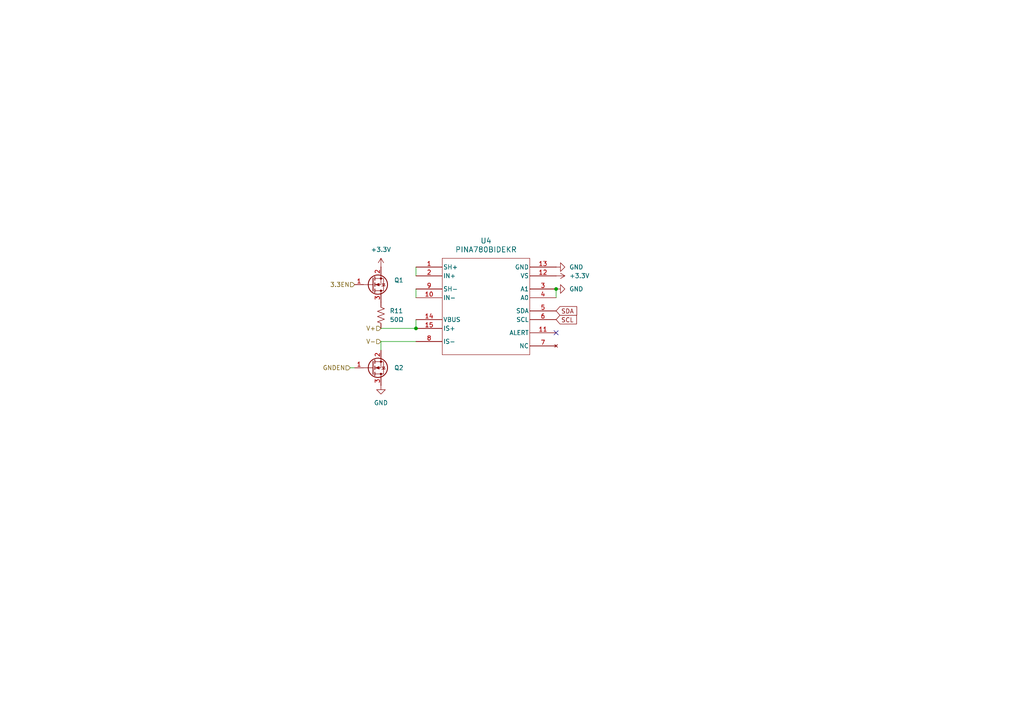
<source format=kicad_sch>
(kicad_sch (version 20231120) (generator "eeschema") (generator_version "8.0")
  (paper "A4")
  (lib_symbols
    (symbol "Device:R_US" (pin_numbers hide) (pin_names (offset 0))
      (property "Reference" "R" (at 2.54 0 90))
      (property "Value" "R_US" (at -2.54 0 90))
      (symbol "R_US_0_1"
        (polyline (pts (xy 0 -2.286) (xy 0 -2.54)))
        (polyline (pts (xy 0 2.286) (xy 0 2.54)))
        (polyline (pts (xy 0 -0.762) (xy 1.016 -1.143) (xy 0 -1.524) (xy -1.016 -1.905) (xy 0 -2.286)))
        (polyline (pts (xy 0 0.762) (xy 1.016 0.381) (xy 0 0) (xy -1.016 -0.381) (xy 0 -0.762)))
        (polyline (pts (xy 0 2.286) (xy 1.016 1.905) (xy 0 1.524) (xy -1.016 1.143) (xy 0 0.762)))
      )
      (symbol "R_US_1_1"
        (pin passive line (at 0 3.81 270) (length 1.27) (name "~") (number "1"))
        (pin passive line (at 0 -3.81 90) (length 1.27) (name "~") (number "2"))
      )
    )
    (symbol "Multimeter:PINA780BIDEKR" (pin_names (offset 0.254))
      (property "Reference" "U2" (at 20.32 10.16 0))
      (property "Value" "PINA780BIDEKR" (at 20.32 7.62 0))
      (symbol "PINA780BIDEKR_0_1"
        (polyline (pts (xy 7.62 -22.86) (xy 33.02 -22.86)) (stroke (width 0.127)))
        (polyline (pts (xy 7.62 5.08) (xy 7.62 -22.86)) (stroke (width 0.127)))
        (polyline (pts (xy 33.02 -22.86) (xy 33.02 5.08)) (stroke (width 0.127)))
        (polyline (pts (xy 33.02 5.08) (xy 7.62 5.08)) (stroke (width 0.127)))
        (pin output line (at 0 2.54 0) (length 7.62) (name "SH+") (number "1"))
        (pin input line (at 0 -6.35 0) (length 7.62) (name "IN-") (number "10"))
        (pin output line (at 40.64 -16.51 180) (length 7.62) (name "ALERT") (number "11"))
        (pin power_in line (at 40.64 0 180) (length 7.62) (name "VS") (number "12"))
        (pin power_out line (at 40.64 2.54 180) (length 7.62) (name "GND") (number "13"))
        (pin input line (at 0 -12.7 0) (length 7.62) (name "VBUS") (number "14"))
        (pin input line (at 0 -15.24 0) (length 7.62) (name "IS+") (number "15"))
        (pin input line (at 0 0 0) (length 7.62) (name "IN+") (number "2"))
        (pin input line (at 40.64 -3.81 180) (length 7.62) (name "A1") (number "3"))
        (pin input line (at 40.64 -6.35 180) (length 7.62) (name "A0") (number "4"))
        (pin bidirectional line (at 40.64 -10.16 180) (length 7.62) (name "SDA") (number "5"))
        (pin input line (at 40.64 -12.7 180) (length 7.62) (name "SCL") (number "6"))
        (pin no_connect line (at 40.64 -20.32 180) (length 7.62) (name "NC") (number "7"))
        (pin input line (at 0 -19.05 0) (length 7.62) (name "IS-") (number "8"))
        (pin output line (at 0 -3.81 0) (length 7.62) (name "SH-") (number "9"))
      )
    )
    (symbol "Transistor_FET:2N7002" (pin_names hide)
      (property "Reference" "Q" (at 5.08 1.905 0))
      (property "Value" "2N7002" (at 5.08 0 0))
      (symbol "2N7002_0_1"
        (polyline (pts (xy 0.254 0) (xy -2.54 0)))
        (polyline (pts (xy 0.254 1.905) (xy 0.254 -1.905)) (stroke (width 0.254)))
        (polyline (pts (xy 0.762 -1.27) (xy 0.762 -2.286)) (stroke (width 0.254)))
        (polyline (pts (xy 0.762 0.508) (xy 0.762 -0.508)) (stroke (width 0.254)))
        (polyline (pts (xy 0.762 2.286) (xy 0.762 1.27)) (stroke (width 0.254)))
        (polyline (pts (xy 2.54 2.54) (xy 2.54 1.778)))
        (polyline (pts (xy 2.54 -2.54) (xy 2.54 0) (xy 0.762 0)))
        (polyline (pts (xy 0.762 -1.778) (xy 3.302 -1.778) (xy 3.302 1.778) (xy 0.762 1.778)))
        (polyline (pts (xy 1.016 0) (xy 2.032 0.381) (xy 2.032 -0.381) (xy 1.016 0)) (fill (type outline)))
        (polyline (pts (xy 2.794 0.508) (xy 2.921 0.381) (xy 3.683 0.381) (xy 3.81 0.254)))
        (polyline (pts (xy 3.302 0.381) (xy 2.921 -0.254) (xy 3.683 -0.254) (xy 3.302 0.381)))
        (circle (center 1.651 0) (radius 2.794) (stroke (width 0.254)))
        (circle (center 2.54 -1.778) (radius 0.254) (fill (type outline)))
        (circle (center 2.54 1.778) (radius 0.254) (fill (type outline)))
      )
      (symbol "2N7002_1_1"
        (pin input line (at -5.08 0 0) (length 2.54) (name "G") (number "1"))
        (pin passive line (at 2.54 -5.08 90) (length 2.54) (name "S") (number "2"))
        (pin passive line (at 2.54 5.08 270) (length 2.54) (name "D") (number "3"))
      )
    )
    (symbol "power:+3.3V" (power) (pin_numbers hide) (pin_names (offset 0) hide)
      (property "Value" "+3.3V" (at 0 3.556 0))
      (symbol "+3.3V_0_1"
        (polyline (pts (xy -0.762 1.27) (xy 0 2.54)))
        (polyline (pts (xy 0 0) (xy 0 2.54)))
        (polyline (pts (xy 0 2.54) (xy 0.762 1.27)))
      )
      (symbol "+3.3V_1_1"
        (pin power_in line (at 0 0 90) (length 0) (name "~") (number "1"))
      )
    )
    (symbol "power:GND" (power) (pin_numbers hide) (pin_names (offset 0) hide)
      (property "Value" "GND" (at 0 -3.81 0))
      (symbol "GND_0_1"
        (polyline (pts (xy 0 0) (xy 0 -1.27) (xy 1.27 -1.27) (xy 0 -2.54) (xy -1.27 -1.27) (xy 0 -1.27)))
      )
      (symbol "GND_1_1"
        (pin power_in line (at 0 0 270) (length 0) (name "~") (number "1"))
      )
    )
  )
  (junction (at 120.65 95.25))
  (junction (at 161.29 83.82))
  (no_connect (at 161.29 96.52))
  (wire (pts (xy 161.29 83.82) (xy 161.29 86.36)))
  (wire (pts (xy 110.49 99.06) (xy 110.49 101.6)))
  (wire (pts (xy 120.65 77.47) (xy 120.65 80.01)))
  (wire (pts (xy 110.49 99.06) (xy 120.65 99.06)))
  (wire (pts (xy 120.65 83.82) (xy 120.65 86.36)))
  (wire (pts (xy 120.65 92.71) (xy 120.65 95.25)))
  (wire (pts (xy 110.49 95.25) (xy 120.65 95.25)))
  (wire (pts (xy 102.87 106.68) (xy 101.6 106.68)))
  (global_label "SDA" (shape input) (at 161.29 90.17 0) (property "Intersheetrefs" "${INTERSHEET_REFS}" (effects (hide yes))))
  (global_label "SCL" (shape input) (at 161.29 92.71 0) (property "Intersheetrefs" "${INTERSHEET_REFS}" (effects (hide yes))))
  (hierarchical_label "V-" (shape input) (at 110.49 99.06 180))
  (hierarchical_label "3.3EN" (shape input) (at 102.87 82.55 180))
  (hierarchical_label "GNDEN" (shape input) (at 101.6 106.68 180))
  (hierarchical_label "V+" (shape input) (at 110.49 95.25 180))
  (symbol (lib_id "power:GND") (at 110.49 111.76 0) (unit 1)
    (property "Reference" "#PWR036" (effects (hide yes)))
    (property "Value" "GND" (at 110.49 116.84 0))
    (property "Description" "Power symbol creates a global label with name \"GND\" , ground" (effects (hide yes)))
  )
  (symbol (lib_id "Device:R_US") (at 110.49 91.44 0) (unit 1)
    (property "Reference" "R11" (at 113.03 90.1699 0) (effects (justify left)))
    (property "Value" "50Ω" (at 113.03 92.7099 0) (effects (justify left)))
    (property "Description" "Resistor, US symbol" (effects (hide yes)))
  )
  (symbol (lib_id "Transistor_FET:2N7002") (at 107.95 82.55 0) (mirror x) (unit 1)
    (property "Reference" "Q1" (at 114.3 81.2799 0) (effects (justify left)))
    (property "Value" "2N7002" (effects (hide yes)))
    (property "Footprint" "Package_TO_SOT_SMD:SOT-23" (effects (hide yes)))
    (property "Datasheet" "https://www.onsemi.com/pub/Collateral/NDS7002A-D.PDF" (effects (hide yes)))
    (property "Description" "0.115A Id, 60V Vds, N-Channel MOSFET, SOT-23" (effects (hide yes)))
  )
  (symbol (lib_id "power:GND") (at 161.29 83.82 90) (unit 1)
    (property "Reference" "#PWR035" (effects (hide yes)))
    (property "Value" "GND" (at 165.1 83.8199 90) (effects (justify right)))
    (property "Description" "Power symbol creates a global label with name \"GND\" , ground" (effects (hide yes)))
  )
  (symbol (lib_id "power:GND") (at 161.29 77.47 90) (unit 1)
    (property "Reference" "#PWR033" (effects (hide yes)))
    (property "Value" "GND" (at 165.1 77.4699 90) (effects (justify right)))
    (property "Description" "Power symbol creates a global label with name \"GND\" , ground" (effects (hide yes)))
  )
  (symbol (lib_id "power:+3.3V") (at 110.49 77.47 0) (unit 1)
    (property "Reference" "#PWR032" (effects (hide yes)))
    (property "Value" "+3.3V" (at 110.49 72.39 0))
    (property "Description" "Power symbol creates a global label with name \"+3.3V\"" (effects (hide yes)))
  )
  (symbol (lib_id "Multimeter:PINA780BIDEKR") (at 120.65 80.01 0) (unit 1)
    (property "Reference" "U4" (at 140.97 69.85 0) (effects (font (size 1.524 1.524))))
    (property "Value" "PINA780BIDEKR" (at 140.97 72.39 0) (effects (font (size 1.524 1.524))))
    (property "Footprint" "Library:VQFN15_DEK_TEX" (effects (hide yes)))
    (property "Datasheet" "PINA780BIDEKR" (effects (hide yes)))
  )
  (symbol (lib_id "power:+3.3V") (at 161.29 80.01 270) (unit 1)
    (property "Reference" "#PWR034" (effects (hide yes)))
    (property "Value" "+3.3V" (at 165.1 80.0099 90) (effects (justify left)))
    (property "Description" "Power symbol creates a global label with name \"+3.3V\"" (effects (hide yes)))
  )
  (symbol (lib_id "Transistor_FET:2N7002") (at 107.95 106.68 0) (mirror x) (unit 1)
    (property "Reference" "Q2" (at 114.3 106.68 0) (effects (justify left)))
    (property "Value" "2N7002" (effects (hide yes)))
    (property "Footprint" "Package_TO_SOT_SMD:SOT-23" (effects (hide yes)))
    (property "Datasheet" "https://www.onsemi.com/pub/Collateral/NDS7002A-D.PDF" (effects (hide yes)))
    (property "Description" "0.115A Id, 60V Vds, N-Channel MOSFET, SOT-23" (effects (hide yes)))
  )
)
</source>
